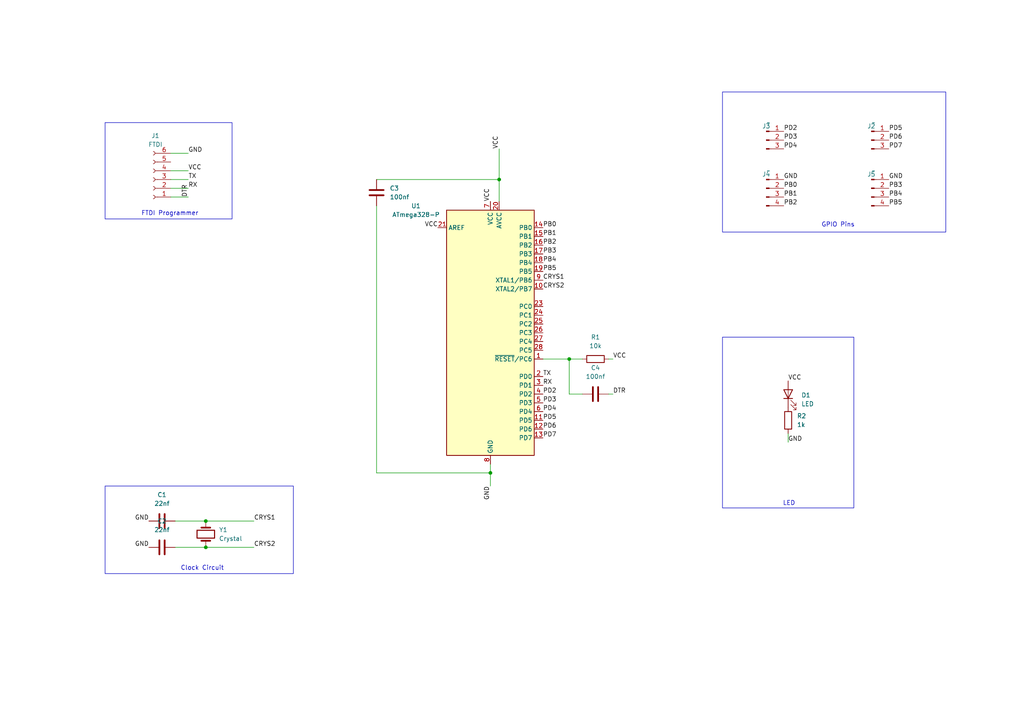
<source format=kicad_sch>
(kicad_sch (version 20231120) (generator "eeschema") (generator_version "8.0")
  (paper "A4")
  (title_block (title "PCB Business Card") (date "2024-06-01") (company "Personal"))
  (lib_symbols
    (symbol "Connector:Conn_01x03_Pin" (pin_names (offset 1.016) hide)
      (property "Reference" "J" (at 0 5.08 0))
      (property "Value" "Conn_01x03_Pin" (at 0 -5.08 0))
      (symbol "Conn_01x03_Pin_1_1"
        (polyline (pts (xy 1.27 -2.54) (xy 0.8636 -2.54)) (stroke (width 0.1524)))
        (polyline (pts (xy 1.27 0) (xy 0.8636 0)) (stroke (width 0.1524)))
        (polyline (pts (xy 1.27 2.54) (xy 0.8636 2.54)) (stroke (width 0.1524)))
        (rectangle (start 0.8636 -2.413) (end 0 -2.667) (stroke (width 0.1524)) (fill (type outline)))
        (rectangle (start 0.8636 0.127) (end 0 -0.127) (stroke (width 0.1524)) (fill (type outline)))
        (rectangle (start 0.8636 2.667) (end 0 2.413) (stroke (width 0.1524)) (fill (type outline)))
        (pin passive line (at 5.08 2.54 180) (length 3.81) (name "Pin_1") (number "1"))
        (pin passive line (at 5.08 0 180) (length 3.81) (name "Pin_2") (number "2"))
        (pin passive line (at 5.08 -2.54 180) (length 3.81) (name "Pin_3") (number "3"))
      )
    )
    (symbol "Connector:Conn_01x04_Pin" (pin_names (offset 1.016) hide)
      (property "Reference" "J" (at 0 5.08 0))
      (property "Value" "Conn_01x04_Pin" (at 0 -7.62 0))
      (symbol "Conn_01x04_Pin_1_1"
        (polyline (pts (xy 1.27 -5.08) (xy 0.8636 -5.08)) (stroke (width 0.1524)))
        (polyline (pts (xy 1.27 -2.54) (xy 0.8636 -2.54)) (stroke (width 0.1524)))
        (polyline (pts (xy 1.27 0) (xy 0.8636 0)) (stroke (width 0.1524)))
        (polyline (pts (xy 1.27 2.54) (xy 0.8636 2.54)) (stroke (width 0.1524)))
        (rectangle (start 0.8636 -4.953) (end 0 -5.207) (stroke (width 0.1524)) (fill (type outline)))
        (rectangle (start 0.8636 -2.413) (end 0 -2.667) (stroke (width 0.1524)) (fill (type outline)))
        (rectangle (start 0.8636 0.127) (end 0 -0.127) (stroke (width 0.1524)) (fill (type outline)))
        (rectangle (start 0.8636 2.667) (end 0 2.413) (stroke (width 0.1524)) (fill (type outline)))
        (pin passive line (at 5.08 2.54 180) (length 3.81) (name "Pin_1") (number "1"))
        (pin passive line (at 5.08 0 180) (length 3.81) (name "Pin_2") (number "2"))
        (pin passive line (at 5.08 -2.54 180) (length 3.81) (name "Pin_3") (number "3"))
        (pin passive line (at 5.08 -5.08 180) (length 3.81) (name "Pin_4") (number "4"))
      )
    )
    (symbol "Connector:Conn_01x06_Socket" (pin_names (offset 1.016) hide)
      (property "Reference" "J" (at 0 7.62 0))
      (property "Value" "Conn_01x06_Socket" (at 0 -10.16 0))
      (symbol "Conn_01x06_Socket_1_1"
        (arc (start 0 -7.112) (mid -0.5058 -7.62) (end 0 -8.128) (stroke (width 0.1524)))
        (arc (start 0 -4.572) (mid -0.5058 -5.08) (end 0 -5.588) (stroke (width 0.1524)))
        (arc (start 0 -2.032) (mid -0.5058 -2.54) (end 0 -3.048) (stroke (width 0.1524)))
        (polyline (pts (xy -1.27 -7.62) (xy -0.508 -7.62)) (stroke (width 0.1524)))
        (polyline (pts (xy -1.27 -5.08) (xy -0.508 -5.08)) (stroke (width 0.1524)))
        (polyline (pts (xy -1.27 -2.54) (xy -0.508 -2.54)) (stroke (width 0.1524)))
        (polyline (pts (xy -1.27 0) (xy -0.508 0)) (stroke (width 0.1524)))
        (polyline (pts (xy -1.27 2.54) (xy -0.508 2.54)) (stroke (width 0.1524)))
        (polyline (pts (xy -1.27 5.08) (xy -0.508 5.08)) (stroke (width 0.1524)))
        (arc (start 0 0.508) (mid -0.5058 0) (end 0 -0.508) (stroke (width 0.1524)))
        (arc (start 0 3.048) (mid -0.5058 2.54) (end 0 2.032) (stroke (width 0.1524)))
        (arc (start 0 5.588) (mid -0.5058 5.08) (end 0 4.572) (stroke (width 0.1524)))
        (pin passive line (at -5.08 5.08 0) (length 3.81) (name "Pin_1") (number "1"))
        (pin passive line (at -5.08 2.54 0) (length 3.81) (name "Pin_2") (number "2"))
        (pin passive line (at -5.08 0 0) (length 3.81) (name "Pin_3") (number "3"))
        (pin passive line (at -5.08 -2.54 0) (length 3.81) (name "Pin_4") (number "4"))
        (pin passive line (at -5.08 -5.08 0) (length 3.81) (name "Pin_5") (number "5"))
        (pin passive line (at -5.08 -7.62 0) (length 3.81) (name "Pin_6") (number "6"))
      )
    )
    (symbol "Device:C" (pin_numbers hide) (pin_names (offset 0.254))
      (property "Reference" "C" (at 0.635 2.54 0))
      (property "Value" "C" (at 0.635 -2.54 0))
      (symbol "C_0_1"
        (polyline (pts (xy -2.032 -0.762) (xy 2.032 -0.762)) (stroke (width 0.508)))
        (polyline (pts (xy -2.032 0.762) (xy 2.032 0.762)) (stroke (width 0.508)))
      )
      (symbol "C_1_1"
        (pin passive line (at 0 3.81 270) (length 2.794) (name "~") (number "1"))
        (pin passive line (at 0 -3.81 90) (length 2.794) (name "~") (number "2"))
      )
    )
    (symbol "Device:Crystal" (pin_numbers hide) (pin_names (offset 1.016) hide)
      (property "Reference" "Y" (at 0 3.81 0))
      (property "Value" "Crystal" (at 0 -3.81 0))
      (symbol "Crystal_0_1"
        (rectangle (start -1.143 2.54) (end 1.143 -2.54) (stroke (width 0.3048)))
        (polyline (pts (xy -2.54 0) (xy -1.905 0)))
        (polyline (pts (xy -1.905 -1.27) (xy -1.905 1.27)) (stroke (width 0.508)))
        (polyline (pts (xy 1.905 -1.27) (xy 1.905 1.27)) (stroke (width 0.508)))
        (polyline (pts (xy 2.54 0) (xy 1.905 0)))
      )
      (symbol "Crystal_1_1"
        (pin passive line (at -3.81 0 0) (length 1.27) (name "1") (number "1"))
        (pin passive line (at 3.81 0 180) (length 1.27) (name "2") (number "2"))
      )
    )
    (symbol "Device:LED" (pin_numbers hide) (pin_names (offset 1.016) hide)
      (property "Reference" "D" (at 0 2.54 0))
      (property "Value" "LED" (at 0 -2.54 0))
      (symbol "LED_0_1"
        (polyline (pts (xy -1.27 -1.27) (xy -1.27 1.27)) (stroke (width 0.254)))
        (polyline (pts (xy -1.27 0) (xy 1.27 0)))
        (polyline (pts (xy 1.27 -1.27) (xy 1.27 1.27) (xy -1.27 0) (xy 1.27 -1.27)) (stroke (width 0.254)))
        (polyline (pts (xy -3.048 -0.762) (xy -4.572 -2.286) (xy -3.81 -2.286) (xy -4.572 -2.286) (xy -4.572 -1.524)))
        (polyline (pts (xy -1.778 -0.762) (xy -3.302 -2.286) (xy -2.54 -2.286) (xy -3.302 -2.286) (xy -3.302 -1.524)))
      )
      (symbol "LED_1_1"
        (pin passive line (at -3.81 0 0) (length 2.54) (name "K") (number "1"))
        (pin passive line (at 3.81 0 180) (length 2.54) (name "A") (number "2"))
      )
    )
    (symbol "Device:R" (pin_numbers hide) (pin_names (offset 0))
      (property "Reference" "R" (at 2.032 0 90))
      (property "Value" "R" (at 0 0 90))
      (symbol "R_0_1"
        (rectangle (start -1.016 -2.54) (end 1.016 2.54) (stroke (width 0.254)))
      )
      (symbol "R_1_1"
        (pin passive line (at 0 3.81 270) (length 1.27) (name "~") (number "1"))
        (pin passive line (at 0 -3.81 90) (length 1.27) (name "~") (number "2"))
      )
    )
    (symbol "MCU_Microchip_ATmega:ATmega328-P"
      (property "Reference" "U" (at -12.7 36.83 0))
      (property "Value" "ATmega328-P" (at 2.54 -36.83 0))
      (symbol "ATmega328-P_0_1"
        (rectangle (start -12.7 -35.56) (end 12.7 35.56) (stroke (width 0.254)) (fill (type background)))
      )
      (symbol "ATmega328-P_1_1"
        (pin bidirectional line (at 15.24 -7.62 180) (length 2.54) (name "~{RESET}/PC6") (number "1"))
        (pin bidirectional line (at 15.24 12.7 180) (length 2.54) (name "XTAL2/PB7") (number "10"))
        (pin bidirectional line (at 15.24 -25.4 180) (length 2.54) (name "PD5") (number "11"))
        (pin bidirectional line (at 15.24 -27.94 180) (length 2.54) (name "PD6") (number "12"))
        (pin bidirectional line (at 15.24 -30.48 180) (length 2.54) (name "PD7") (number "13"))
        (pin bidirectional line (at 15.24 30.48 180) (length 2.54) (name "PB0") (number "14"))
        (pin bidirectional line (at 15.24 27.94 180) (length 2.54) (name "PB1") (number "15"))
        (pin bidirectional line (at 15.24 25.4 180) (length 2.54) (name "PB2") (number "16"))
        (pin bidirectional line (at 15.24 22.86 180) (length 2.54) (name "PB3") (number "17"))
        (pin bidirectional line (at 15.24 20.32 180) (length 2.54) (name "PB4") (number "18"))
        (pin bidirectional line (at 15.24 17.78 180) (length 2.54) (name "PB5") (number "19"))
        (pin bidirectional line (at 15.24 -12.7 180) (length 2.54) (name "PD0") (number "2"))
        (pin power_in line (at 2.54 38.1 270) (length 2.54) (name "AVCC") (number "20"))
        (pin passive line (at -15.24 30.48 0) (length 2.54) (name "AREF") (number "21"))
        (pin passive line (at 0 -38.1 90) (length 2.54) hide (name "GND") (number "22"))
        (pin bidirectional line (at 15.24 7.62 180) (length 2.54) (name "PC0") (number "23"))
        (pin bidirectional line (at 15.24 5.08 180) (length 2.54) (name "PC1") (number "24"))
        (pin bidirectional line (at 15.24 2.54 180) (length 2.54) (name "PC2") (number "25"))
        (pin bidirectional line (at 15.24 0 180) (length 2.54) (name "PC3") (number "26"))
        (pin bidirectional line (at 15.24 -2.54 180) (length 2.54) (name "PC4") (number "27"))
        (pin bidirectional line (at 15.24 -5.08 180) (length 2.54) (name "PC5") (number "28"))
        (pin bidirectional line (at 15.24 -15.24 180) (length 2.54) (name "PD1") (number "3"))
        (pin bidirectional line (at 15.24 -17.78 180) (length 2.54) (name "PD2") (number "4"))
        (pin bidirectional line (at 15.24 -20.32 180) (length 2.54) (name "PD3") (number "5"))
        (pin bidirectional line (at 15.24 -22.86 180) (length 2.54) (name "PD4") (number "6"))
        (pin power_in line (at 0 38.1 270) (length 2.54) (name "VCC") (number "7"))
        (pin power_in line (at 0 -38.1 90) (length 2.54) (name "GND") (number "8"))
        (pin bidirectional line (at 15.24 15.24 180) (length 2.54) (name "XTAL1/PB6") (number "9"))
      )
    )
  )
  (junction (at 59.69 151.13))
  (junction (at 142.24 137.16))
  (junction (at 165.1 104.14))
  (junction (at 144.78 52.07))
  (junction (at 59.69 158.75))
  (wire (pts (xy 142.24 137.16) (xy 142.24 140.97)))
  (wire (pts (xy 177.8 114.3) (xy 176.53 114.3)))
  (wire (pts (xy 49.53 57.15) (xy 54.61 57.15)))
  (wire (pts (xy 109.22 52.07) (xy 144.78 52.07)))
  (wire (pts (xy 49.53 49.53) (xy 54.61 49.53)))
  (wire (pts (xy 59.69 158.75) (xy 73.66 158.75)))
  (wire (pts (xy 228.6 125.73) (xy 228.6 128.27)))
  (wire (pts (xy 49.53 44.45) (xy 54.61 44.45)))
  (wire (pts (xy 49.53 52.07) (xy 54.61 52.07)))
  (wire (pts (xy 157.48 104.14) (xy 165.1 104.14)))
  (wire (pts (xy 165.1 114.3) (xy 168.91 114.3)))
  (wire (pts (xy 144.78 52.07) (xy 144.78 58.42)))
  (wire (pts (xy 144.78 43.18) (xy 144.78 52.07)))
  (wire (pts (xy 165.1 104.14) (xy 165.1 114.3)))
  (wire (pts (xy 109.22 137.16) (xy 109.22 59.69)))
  (wire (pts (xy 165.1 104.14) (xy 168.91 104.14)))
  (wire (pts (xy 50.8 151.13) (xy 59.69 151.13)))
  (wire (pts (xy 59.69 151.13) (xy 73.66 151.13)))
  (wire (pts (xy 142.24 134.62) (xy 142.24 137.16)))
  (wire (pts (xy 176.53 104.14) (xy 177.8 104.14)))
  (wire (pts (xy 49.53 54.61) (xy 54.61 54.61)))
  (wire (pts (xy 50.8 158.75) (xy 59.69 158.75)))
  (wire (pts (xy 109.22 137.16) (xy 142.24 137.16)))
  (rectangle (start 30.48 35.56) (end 67.31 63.5))
  (rectangle (start 209.55 97.79) (end 247.65 147.32))
  (rectangle (start 30.48 140.97) (end 85.09 166.37))
  (rectangle (start 209.55 26.67) (end 274.32 67.31))
  (text "FTDI Programmer" (at 49.276 61.976 0) (effects (font (size 1.27 1.27))))
  (text "GPIO Pins" (at 243.078 65.278 0) (effects (font (size 1.27 1.27))))
  (text "LED\n" (at 228.854 146.05 0) (effects (font (size 1.27 1.27))))
  (text "Clock Circuit" (at 58.674 164.846 0) (effects (font (size 1.27 1.27))))
  (label "VCC" (at 127 66.04 180))
  (label "PB0" (at 157.48 66.04 0))
  (label "PB5" (at 257.81 59.69 0))
  (label "PB3" (at 257.81 54.61 0))
  (label "RX" (at 157.48 111.76 0))
  (label "PB2" (at 227.33 59.69 0))
  (label "GND" (at 43.18 151.13 180))
  (label "VCC" (at 142.24 58.42 90))
  (label "PB0" (at 227.33 54.61 0))
  (label "CRYS2" (at 73.66 158.75 0))
  (label "TX" (at 157.48 109.22 0))
  (label "PD6" (at 257.81 40.64 0))
  (label "CRYS1" (at 73.66 151.13 0))
  (label "PD6" (at 157.48 124.46 0))
  (label "PD3" (at 157.48 116.84 0))
  (label "VCC" (at 228.6 110.49 0))
  (label "PD2" (at 227.33 38.1 0))
  (label "DTR" (at 54.61 57.15 90))
  (label "GND" (at 228.6 128.27 0))
  (label "PB1" (at 227.33 57.15 0))
  (label "PB2" (at 157.48 71.12 0))
  (label "VCC" (at 177.8 104.14 0))
  (label "VCC" (at 54.61 49.53 0))
  (label "PD2" (at 157.48 114.3 0))
  (label "DTR" (at 177.8 114.3 0))
  (label "VCC" (at 144.78 43.18 90))
  (label "PD5" (at 157.48 121.92 0))
  (label "GND" (at 54.61 44.45 0))
  (label "PB3" (at 157.48 73.66 0))
  (label "PB5" (at 157.48 78.74 0))
  (label "PB1" (at 157.48 68.58 0))
  (label "CRYS2" (at 157.48 83.82 0))
  (label "GND" (at 43.18 158.75 180))
  (label "PB4" (at 257.81 57.15 0))
  (label "PD3" (at 227.33 40.64 0))
  (label "CRYS1" (at 157.48 81.28 0))
  (label "RX" (at 54.61 54.61 0))
  (label "PD4" (at 157.48 119.38 0))
  (label "PD4" (at 227.33 43.18 0))
  (label "GND" (at 227.33 52.07 0))
  (label "PD7" (at 157.48 127 0))
  (label "TX" (at 54.61 52.07 0))
  (label "GND" (at 142.24 140.97 270))
  (label "PD7" (at 257.81 43.18 0))
  (label "GND" (at 257.81 52.07 0))
  (label "PD5" (at 257.81 38.1 0))
  (label "PB4" (at 157.48 76.2 0))
  (symbol (lib_id "Device:C") (at 46.99 158.75 90) (unit 1)
    (property "Reference" "C2" (at 46.99 151.13 90))
    (property "Value" "22nf" (at 46.99 153.67 90))
    (property "Footprint" "Capacitor_THT:C_Axial_L3.8mm_D2.6mm_P7.50mm_Horizontal" (effects (hide yes)))
    (property "Description" "Unpolarized capacitor" (effects (hide yes)))
  )
  (symbol (lib_id "Device:R") (at 228.6 121.92 0) (unit 1)
    (property "Reference" "R2" (at 231.14 120.6499 0) (effects (justify left)))
    (property "Value" "1k" (at 231.14 123.1899 0) (effects (justify left)))
    (property "Footprint" "Resistor_THT:R_Axial_DIN0204_L3.6mm_D1.6mm_P5.08mm_Horizontal" (effects (hide yes)))
    (property "Description" "Resistor" (effects (hide yes)))
  )
  (symbol (lib_id "Connector:Conn_01x03_Pin") (at 222.25 40.64 0) (unit 1)
    (property "Reference" "J3" (at 222.25 36.576 0))
    (property "Value" "~" (at 222.885 35.56 0))
    (property "Footprint" "Connector_Harwin:Harwin_M20-89003xx_1x03_P2.54mm_Horizontal" (effects (hide yes)))
    (property "Description" "Generic connector, single row, 01x03, script generated" (effects (hide yes)))
  )
  (symbol (lib_id "Device:LED") (at 228.6 114.3 90) (unit 1)
    (property "Reference" "D1" (at 232.41 114.6174 90) (effects (justify right)))
    (property "Value" "LED" (at 232.41 117.1574 90) (effects (justify right)))
    (property "Footprint" "LED_SMD:LED_1206_3216Metric_Pad1.42x1.75mm_HandSolder" (effects (hide yes)))
    (property "Description" "Light emitting diode" (effects (hide yes)))
  )
  (symbol (lib_id "Device:C") (at 46.99 151.13 90) (unit 1)
    (property "Reference" "C1" (at 46.99 143.51 90))
    (property "Value" "22nf" (at 46.99 146.05 90))
    (property "Footprint" "Capacitor_THT:C_Axial_L3.8mm_D2.6mm_P7.50mm_Horizontal" (effects (hide yes)))
    (property "Description" "Unpolarized capacitor" (effects (hide yes)))
  )
  (symbol (lib_id "Device:C") (at 172.72 114.3 90) (unit 1)
    (property "Reference" "C4" (at 172.72 106.68 90))
    (property "Value" "100nf" (at 172.72 109.22 90))
    (property "Footprint" "Capacitor_THT:C_Axial_L3.8mm_D2.6mm_P7.50mm_Horizontal" (effects (hide yes)))
    (property "Description" "Unpolarized capacitor" (effects (hide yes)))
  )
  (symbol (lib_id "Device:Crystal") (at 59.69 154.94 90) (unit 1)
    (property "Reference" "Y1" (at 63.5 153.6699 90) (effects (justify right)))
    (property "Value" "Crystal" (at 63.5 156.2099 90) (effects (justify right)))
    (property "Footprint" "Crystal:Crystal_HC18-U_Vertical" (effects (hide yes)))
    (property "Description" "Two pin crystal" (effects (hide yes)))
  )
  (symbol (lib_id "MCU_Microchip_ATmega:ATmega328-P") (at 142.24 96.52 0) (unit 1)
    (property "Reference" "U1" (at 120.65 59.7214 0))
    (property "Value" "ATmega328-P" (at 120.65 62.2614 0))
    (property "Footprint" "Package_DIP:DIP-28_W7.62mm" (effects (hide yes)))
    (property "Datasheet" "http://ww1.microchip.com/downloads/en/DeviceDoc/ATmega328_P%20AVR%20MCU%20with%20picoPower%20Technology%20Data%20Sheet%2040001984A.pdf" (effects (hide yes)))
    (property "Description" "20MHz, 32kB Flash, 2kB SRAM, 1kB EEPROM, DIP-28" (effects (hide yes)))
  )
  (symbol (lib_id "Device:C") (at 109.22 55.88 180) (unit 1)
    (property "Reference" "C3" (at 113.03 54.6099 0) (effects (justify right)))
    (property "Value" "100nf" (at 113.03 57.1499 0) (effects (justify right)))
    (property "Footprint" "Capacitor_THT:C_Axial_L3.8mm_D2.6mm_P10.00mm_Horizontal" (effects (hide yes)))
    (property "Description" "Unpolarized capacitor" (effects (hide yes)))
  )
  (symbol (lib_id "Connector:Conn_01x04_Pin") (at 252.73 54.61 0) (unit 1)
    (property "Reference" "J5" (at 252.73 50.546 0))
    (property "Value" "~" (at 253.365 49.53 0))
    (property "Footprint" "Connector_Harwin:Harwin_M20-89004xx_1x04_P2.54mm_Horizontal" (effects (hide yes)))
    (property "Description" "Generic connector, single row, 01x04, script generated" (effects (hide yes)))
  )
  (symbol (lib_id "Connector:Conn_01x06_Socket") (at 44.45 52.07 180) (unit 1)
    (property "Reference" "J1" (at 45.085 39.37 0))
    (property "Value" "FTDI" (at 45.085 41.91 0))
    (property "Footprint" "Connector_Hirose:Hirose_DF13-06P-1.25DS_1x06_P1.25mm_Horizontal" (effects (hide yes)))
    (property "Description" "Generic connector, single row, 01x06, script generated" (effects (hide yes)))
  )
  (symbol (lib_id "Connector:Conn_01x03_Pin") (at 252.73 40.64 0) (unit 1)
    (property "Reference" "J2" (at 252.73 36.576 0))
    (property "Value" "~" (at 253.365 35.56 0))
    (property "Footprint" "Connector_Harwin:Harwin_M20-89003xx_1x03_P2.54mm_Horizontal" (effects (hide yes)))
    (property "Description" "Generic connector, single row, 01x03, script generated" (effects (hide yes)))
  )
  (symbol (lib_id "Connector:Conn_01x04_Pin") (at 222.25 54.61 0) (unit 1)
    (property "Reference" "J4" (at 222.25 50.546 0))
    (property "Value" "~" (at 222.885 49.53 0))
    (property "Footprint" "Connector_Harwin:Harwin_M20-89004xx_1x04_P2.54mm_Horizontal" (effects (hide yes)))
    (property "Description" "Generic connector, single row, 01x04, script generated" (effects (hide yes)))
  )
  (symbol (lib_id "Device:R") (at 172.72 104.14 90) (unit 1)
    (property "Reference" "R1" (at 172.72 97.79 90))
    (property "Value" "10k" (at 172.72 100.33 90))
    (property "Footprint" "Resistor_THT:R_Axial_DIN0204_L3.6mm_D1.6mm_P5.08mm_Horizontal" (effects (hide yes)))
    (property "Description" "Resistor" (effects (hide yes)))
  )
)
</source>
